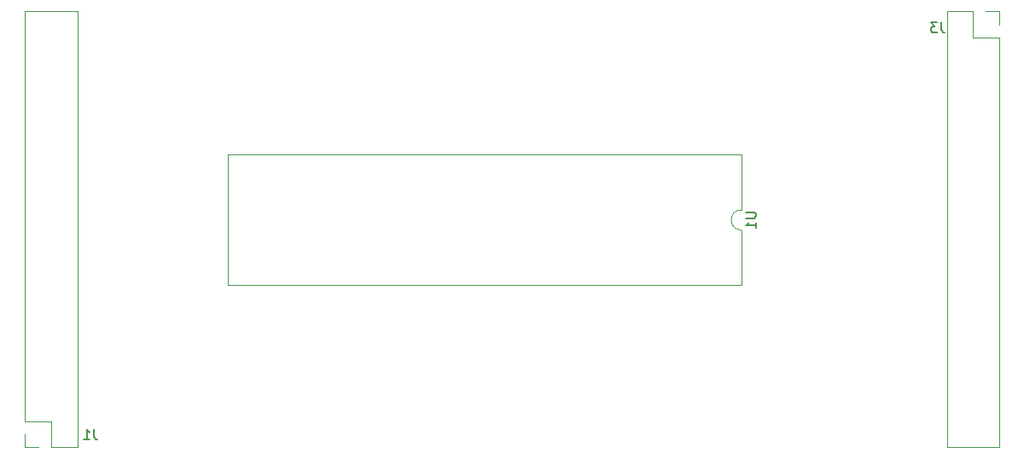
<source format=gbr>
%TF.GenerationSoftware,KiCad,Pcbnew,8.0.7-8.0.7-0~ubuntu22.04.1*%
%TF.CreationDate,2025-01-27T00:18:06+01:00*%
%TF.ProjectId,6845_v1,36383435-5f76-4312-9e6b-696361645f70,rev?*%
%TF.SameCoordinates,Original*%
%TF.FileFunction,Legend,Bot*%
%TF.FilePolarity,Positive*%
%FSLAX46Y46*%
G04 Gerber Fmt 4.6, Leading zero omitted, Abs format (unit mm)*
G04 Created by KiCad (PCBNEW 8.0.7-8.0.7-0~ubuntu22.04.1) date 2025-01-27 00:18:06*
%MOMM*%
%LPD*%
G01*
G04 APERTURE LIST*
%ADD10C,0.150000*%
%ADD11C,0.120000*%
G04 APERTURE END LIST*
D10*
X142573333Y-68796819D02*
X142573333Y-69511104D01*
X142573333Y-69511104D02*
X142620952Y-69653961D01*
X142620952Y-69653961D02*
X142716190Y-69749200D01*
X142716190Y-69749200D02*
X142859047Y-69796819D01*
X142859047Y-69796819D02*
X142954285Y-69796819D01*
X142192380Y-68796819D02*
X141573333Y-68796819D01*
X141573333Y-68796819D02*
X141906666Y-69177771D01*
X141906666Y-69177771D02*
X141763809Y-69177771D01*
X141763809Y-69177771D02*
X141668571Y-69225390D01*
X141668571Y-69225390D02*
X141620952Y-69273009D01*
X141620952Y-69273009D02*
X141573333Y-69368247D01*
X141573333Y-69368247D02*
X141573333Y-69606342D01*
X141573333Y-69606342D02*
X141620952Y-69701580D01*
X141620952Y-69701580D02*
X141668571Y-69749200D01*
X141668571Y-69749200D02*
X141763809Y-69796819D01*
X141763809Y-69796819D02*
X142049523Y-69796819D01*
X142049523Y-69796819D02*
X142144761Y-69749200D01*
X142144761Y-69749200D02*
X142192380Y-69701580D01*
X123196819Y-87630095D02*
X124006342Y-87630095D01*
X124006342Y-87630095D02*
X124101580Y-87677714D01*
X124101580Y-87677714D02*
X124149200Y-87725333D01*
X124149200Y-87725333D02*
X124196819Y-87820571D01*
X124196819Y-87820571D02*
X124196819Y-88011047D01*
X124196819Y-88011047D02*
X124149200Y-88106285D01*
X124149200Y-88106285D02*
X124101580Y-88153904D01*
X124101580Y-88153904D02*
X124006342Y-88201523D01*
X124006342Y-88201523D02*
X123196819Y-88201523D01*
X124196819Y-89201523D02*
X124196819Y-88630095D01*
X124196819Y-88915809D02*
X123196819Y-88915809D01*
X123196819Y-88915809D02*
X123339676Y-88820571D01*
X123339676Y-88820571D02*
X123434914Y-88725333D01*
X123434914Y-88725333D02*
X123482533Y-88630095D01*
X58499333Y-109182819D02*
X58499333Y-109897104D01*
X58499333Y-109897104D02*
X58546952Y-110039961D01*
X58546952Y-110039961D02*
X58642190Y-110135200D01*
X58642190Y-110135200D02*
X58785047Y-110182819D01*
X58785047Y-110182819D02*
X58880285Y-110182819D01*
X57499333Y-110182819D02*
X58070761Y-110182819D01*
X57785047Y-110182819D02*
X57785047Y-109182819D01*
X57785047Y-109182819D02*
X57880285Y-109325676D01*
X57880285Y-109325676D02*
X57975523Y-109420914D01*
X57975523Y-109420914D02*
X58070761Y-109468533D01*
D11*
%TO.C,J3*%
X143130000Y-67670000D02*
X145730000Y-67670000D01*
X143130000Y-110970000D02*
X143130000Y-67670000D01*
X143130000Y-110970000D02*
X148330000Y-110970000D01*
X145730000Y-67670000D02*
X145730000Y-70270000D01*
X145730000Y-70270000D02*
X148330000Y-70270000D01*
X147000000Y-67670000D02*
X148330000Y-67670000D01*
X148330000Y-67670000D02*
X148330000Y-69000000D01*
X148330000Y-110970000D02*
X148330000Y-70270000D01*
%TO.C,U1*%
X71822000Y-81932000D02*
X71822000Y-94852000D01*
X71822000Y-94852000D02*
X122742000Y-94852000D01*
X122742000Y-81932000D02*
X71822000Y-81932000D01*
X122742000Y-87392000D02*
X122742000Y-81932000D01*
X122742000Y-94852000D02*
X122742000Y-89392000D01*
X122742000Y-89392000D02*
G75*
G02*
X122742000Y-87392000I0J1000000D01*
G01*
%TO.C,J1*%
X51670000Y-67670000D02*
X51670000Y-108370000D01*
X51670000Y-110970000D02*
X51670000Y-109640000D01*
X53000000Y-110970000D02*
X51670000Y-110970000D01*
X54270000Y-108370000D02*
X51670000Y-108370000D01*
X54270000Y-110970000D02*
X54270000Y-108370000D01*
X56870000Y-67670000D02*
X51670000Y-67670000D01*
X56870000Y-67670000D02*
X56870000Y-110970000D01*
X56870000Y-110970000D02*
X54270000Y-110970000D01*
%TD*%
M02*

</source>
